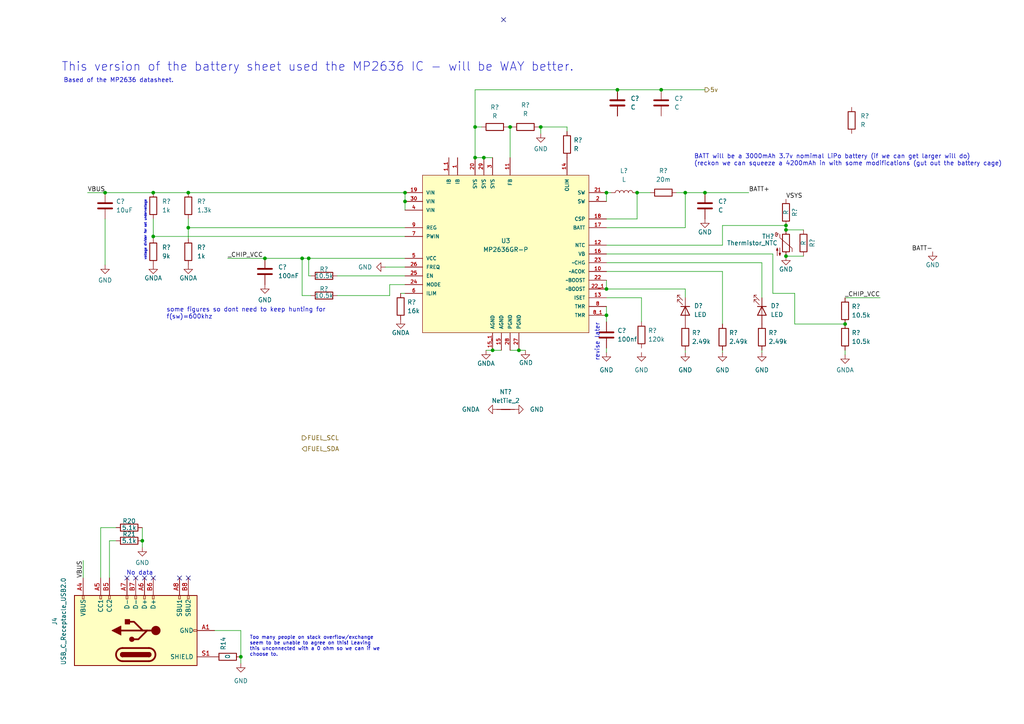
<source format=kicad_sch>
(kicad_sch (version 20210621) (generator eeschema)
  (paper "A4")
  (title_block (title "Power and battery") (rev "indev"))
  (lib_symbols
    (symbol "Connector:USB_C_Receptacle_USB2.0" (pin_names (offset 1.016))
      (property "Reference" "J" (at -10.16 19.05 0))
      (property "Value" "USB_C_Receptacle_USB2.0" (at 19.05 19.05 0))
      (symbol "USB_C_Receptacle_USB2.0_0_0"
        (rectangle (start -0.254 -17.78) (end 0.254 -16.764))
        (rectangle (start 10.16 -14.986) (end 9.144 -15.494))
        (rectangle (start 10.16 -12.446) (end 9.144 -12.954))
        (rectangle (start 10.16 -4.826) (end 9.144 -5.334))
        (rectangle (start 10.16 -2.286) (end 9.144 -2.794))
        (rectangle (start 10.16 0.254) (end 9.144 -0.254))
        (rectangle (start 10.16 2.794) (end 9.144 2.286))
        (rectangle (start 10.16 7.874) (end 9.144 7.366))
        (rectangle (start 10.16 10.414) (end 9.144 9.906))
        (rectangle (start 10.16 15.494) (end 9.144 14.986))
      )
      (symbol "USB_C_Receptacle_USB2.0_0_1"
        (arc (start -8.89 -3.81) (end -5.08 -3.81) (radius (at -6.985 -3.81) (length 1.905) (angles -179.9 -0.1)) (stroke (width 0.508)))
        (arc (start -7.62 -3.81) (end -6.35 -3.81) (radius (at -6.985 -3.81) (length 0.635) (angles -179.9 -0.1)) (stroke (width 0.254)))
        (arc (start -6.35 3.81) (end -7.62 3.81) (radius (at -6.985 3.81) (length 0.635) (angles 0.1 179.9)) (stroke (width 0.254)))
        (arc (start -5.08 3.81) (end -8.89 3.81) (radius (at -6.985 3.81) (length 1.905) (angles 0.1 179.9)) (stroke (width 0.508)))
        (arc (start -7.62 -3.81) (end -6.35 -3.81) (radius (at -6.985 -3.81) (length 0.635) (angles -179.9 -0.1)) (stroke (width 0.254)) (fill (type outline)))
        (arc (start -6.35 3.81) (end -7.62 3.81) (radius (at -6.985 3.81) (length 0.635) (angles 0.1 179.9)) (stroke (width 0.254)) (fill (type outline)))
        (circle (center -2.54 1.143) (radius 0.635) (stroke (width 0.254)) (fill (type outline)))
        (circle (center 0 -5.842) (radius 1.27) (fill (type outline)))
        (rectangle (start -7.62 -3.81) (end -6.35 3.81) (stroke (width 0.254)) (fill (type outline)))
        (rectangle (start 1.905 1.778) (end 3.175 3.048) (stroke (width 0.254)) (fill (type outline)))
        (rectangle (start -10.16 17.78) (end 10.16 -17.78) (stroke (width 0.254)) (fill (type background)))
        (polyline (pts (xy -8.89 -3.81) (xy -8.89 3.81)) (stroke (width 0.508)))
        (polyline (pts (xy -5.08 3.81) (xy -5.08 -3.81)) (stroke (width 0.508)))
        (polyline (pts (xy 0 -5.842) (xy 0 4.318)) (stroke (width 0.508)))
        (polyline (pts (xy 0 -3.302) (xy -2.54 -0.762) (xy -2.54 0.508)) (stroke (width 0.508)))
        (polyline (pts (xy 0 -2.032) (xy 2.54 0.508) (xy 2.54 1.778)) (stroke (width 0.508)))
        (polyline (pts (xy -1.27 4.318) (xy 0 6.858) (xy 1.27 4.318) (xy -1.27 4.318)) (stroke (width 0.254)) (fill (type outline)))
      )
      (symbol "USB_C_Receptacle_USB2.0_1_1"
        (pin passive line (at 0 -22.86 90) (length 5.08) (name "GND") (number "A1"))
        (pin passive line (at 0 -22.86 90) (length 5.08) hide (name "GND") (number "A12"))
        (pin passive line (at 15.24 15.24 180) (length 5.08) (name "VBUS") (number "A4"))
        (pin bidirectional line (at 15.24 10.16 180) (length 5.08) (name "CC1") (number "A5"))
        (pin bidirectional line (at 15.24 -2.54 180) (length 5.08) (name "D+") (number "A6"))
        (pin bidirectional line (at 15.24 2.54 180) (length 5.08) (name "D-") (number "A7"))
        (pin bidirectional line (at 15.24 -12.7 180) (length 5.08) (name "SBU1") (number "A8"))
        (pin passive line (at 15.24 15.24 180) (length 5.08) hide (name "VBUS") (number "A9"))
        (pin passive line (at 0 -22.86 90) (length 5.08) hide (name "GND") (number "B1"))
        (pin passive line (at 0 -22.86 90) (length 5.08) hide (name "GND") (number "B12"))
        (pin passive line (at 15.24 15.24 180) (length 5.08) hide (name "VBUS") (number "B4"))
        (pin bidirectional line (at 15.24 7.62 180) (length 5.08) (name "CC2") (number "B5"))
        (pin bidirectional line (at 15.24 -5.08 180) (length 5.08) (name "D+") (number "B6"))
        (pin bidirectional line (at 15.24 0 180) (length 5.08) (name "D-") (number "B7"))
        (pin bidirectional line (at 15.24 -15.24 180) (length 5.08) (name "SBU2") (number "B8"))
        (pin passive line (at 15.24 15.24 180) (length 5.08) hide (name "VBUS") (number "B9"))
        (pin passive line (at -7.62 -22.86 90) (length 5.08) (name "SHIELD") (number "S1"))
      )
    )
    (symbol "Device:C" (pin_numbers hide) (pin_names (offset 0.254))
      (property "Reference" "C" (at 0.635 2.54 0))
      (property "Value" "C" (at 0.635 -2.54 0))
      (symbol "C_0_1"
        (polyline (pts (xy -2.032 -0.762) (xy 2.032 -0.762)) (stroke (width 0.508)))
        (polyline (pts (xy -2.032 0.762) (xy 2.032 0.762)) (stroke (width 0.508)))
      )
      (symbol "C_1_1"
        (pin passive line (at 0 3.81 270) (length 2.794) (name "~") (number "1"))
        (pin passive line (at 0 -3.81 90) (length 2.794) (name "~") (number "2"))
      )
    )
    (symbol "Device:L" (pin_numbers hide) (pin_names (offset 1.016) hide)
      (property "Reference" "L" (at -1.27 0 90))
      (property "Value" "L" (at 1.905 0 90))
      (symbol "L_0_1"
        (arc (start 0 -2.54) (end 0 -1.27) (radius (at 0 -1.905) (length 0.635) (angles -89.9 89.9)))
        (arc (start 0 -1.27) (end 0 0) (radius (at 0 -0.635) (length 0.635) (angles -89.9 89.9)))
        (arc (start 0 0) (end 0 1.27) (radius (at 0 0.635) (length 0.635) (angles -89.9 89.9)))
        (arc (start 0 1.27) (end 0 2.54) (radius (at 0 1.905) (length 0.635) (angles -89.9 89.9)))
      )
      (symbol "L_1_1"
        (pin passive line (at 0 3.81 270) (length 1.27) (name "1") (number "1"))
        (pin passive line (at 0 -3.81 90) (length 1.27) (name "2") (number "2"))
      )
    )
    (symbol "Device:LED" (pin_numbers hide) (pin_names (offset 1.016) hide)
      (property "Reference" "D" (at 0 2.54 0))
      (property "Value" "LED" (at 0 -2.54 0))
      (symbol "LED_0_1"
        (polyline (pts (xy -1.27 -1.27) (xy -1.27 1.27)) (stroke (width 0.254)))
        (polyline (pts (xy -1.27 0) (xy 1.27 0)))
        (polyline (pts (xy 1.27 -1.27) (xy 1.27 1.27) (xy -1.27 0) (xy 1.27 -1.27)) (stroke (width 0.254)))
        (polyline (pts (xy -3.048 -0.762) (xy -4.572 -2.286) (xy -3.81 -2.286) (xy -4.572 -2.286) (xy -4.572 -1.524)))
        (polyline (pts (xy -1.778 -0.762) (xy -3.302 -2.286) (xy -2.54 -2.286) (xy -3.302 -2.286) (xy -3.302 -1.524)))
      )
      (symbol "LED_1_1"
        (pin passive line (at -3.81 0 0) (length 2.54) (name "K") (number "1"))
        (pin passive line (at 3.81 0 180) (length 2.54) (name "A") (number "2"))
      )
    )
    (symbol "Device:NetTie_2" (pin_numbers hide) (pin_names (offset 0) hide)
      (property "Reference" "NT" (at 0 1.27 0))
      (property "Value" "NetTie_2" (at 0 -1.27 0))
      (symbol "NetTie_2_0_1"
        (polyline (pts (xy -1.27 0) (xy 1.27 0)) (stroke (width 0.254)))
      )
      (symbol "NetTie_2_1_1"
        (pin passive line (at -2.54 0 0) (length 2.54) (name "1") (number "1"))
        (pin passive line (at 2.54 0 180) (length 2.54) (name "2") (number "2"))
      )
    )
    (symbol "Device:R" (pin_numbers hide) (pin_names (offset 0))
      (property "Reference" "R" (at 2.032 0 90))
      (property "Value" "R" (at 0 0 90))
      (symbol "R_0_1"
        (rectangle (start -1.016 -2.54) (end 1.016 2.54) (stroke (width 0.254)))
      )
      (symbol "R_1_1"
        (pin passive line (at 0 3.81 270) (length 1.27) (name "~") (number "1"))
        (pin passive line (at 0 -3.81 90) (length 1.27) (name "~") (number "2"))
      )
    )
    (symbol "Device:Thermistor_NTC" (pin_numbers hide) (pin_names (offset 0))
      (property "Reference" "TH" (at -4.445 0 90))
      (property "Value" "Thermistor_NTC" (at 3.175 0 90))
      (symbol "Thermistor_NTC_0_1"
        (arc (start -3.048 2.159) (end -3.175 2.413) (radius (at -3.2004 2.2352) (length 0.1778) (angles -26.5 81.8)))
        (arc (start -3.048 2.159) (end -2.794 1.905) (radius (at -2.794 2.159) (length 0.254) (angles 180 -90)))
        (arc (start -2.794 1.905) (end -2.54 2.159) (radius (at -2.794 2.159) (length 0.254) (angles -90 0)))
        (arc (start -2.54 2.794) (end -2.794 3.048) (radius (at -2.794 2.794) (length 0.254) (angles 0 90)))
        (arc (start -2.794 3.048) (end -3.048 2.794) (radius (at -2.794 2.794) (length 0.254) (angles 90 180)))
        (arc (start -3.048 2.794) (end -2.794 2.54) (radius (at -2.794 2.794) (length 0.254) (angles 180 -90)))
        (arc (start -2.794 2.54) (end -2.159 2.794) (radius (at -2.6416 3.0226) (length 0.508) (angles -107.5 -25.3)))
        (rectangle (start -1.016 2.54) (end 1.016 -2.54) (stroke (width 0.254)))
        (polyline (pts (xy -2.54 2.159) (xy -2.54 2.794)))
        (polyline (pts (xy -1.778 2.54) (xy -1.778 1.524) (xy 1.778 -1.524) (xy 1.778 -2.54)))
        (polyline (pts (xy -2.54 -3.683) (xy -2.54 -1.397) (xy -2.794 -2.159) (xy -2.286 -2.159) (xy -2.54 -1.397) (xy -2.54 -1.651)) (fill (type outline)))
        (polyline (pts (xy -1.778 -1.397) (xy -1.778 -3.683) (xy -2.032 -2.921) (xy -1.524 -2.921) (xy -1.778 -3.683) (xy -1.778 -3.429)) (fill (type outline)))
      )
      (symbol "Thermistor_NTC_1_1"
        (pin passive line (at 0 3.81 270) (length 1.27) (name "~") (number "1"))
        (pin passive line (at 0 -3.81 90) (length 1.27) (name "~") (number "2"))
      )
    )
    (symbol "mp2636:MP2636GR-P" (pin_names (offset 1.016))
      (property "Reference" "U3" (at 0 11.43 0))
      (property "Value" "MP2636GR-P" (at 0 8.89 0))
      (symbol "MP2636GR-P_0_0"
        (rectangle (start -24.13 30.48) (end 24.13 -15.24) (stroke (width 0.1524)) (fill (type background)))
        (pin passive line (at -13.97 35.56 270) (length 5.08) (name "IB") (number "1"))
        (pin output line (at 29.21 2.54 180) (length 5.08) (name "~ACOK") (number "10"))
        (pin input line (at 1.27 35.56 270) (length 5.08) (name "FB") (number "11"))
        (pin passive line (at 29.21 10.16 180) (length 5.08) (name "NTC") (number "12"))
        (pin input line (at 29.21 -5.08 180) (length 5.08) (name "ISET") (number "13"))
        (pin passive line (at 17.78 35.56 270) (length 5.08) (name "OLIM") (number "14"))
        (pin power_in line (at -1.27 -20.32 90) (length 5.08) (name "AGND") (number "15"))
        (pin power_in line (at -3.81 -20.32 90) (length 5.08) (name "AGND") (number "15_1"))
        (pin power_in line (at 29.21 7.62 180) (length 5.08) (name "VB") (number "16"))
        (pin power_in line (at 29.21 15.24 180) (length 5.08) (name "BATT") (number "17"))
        (pin input line (at 29.21 17.78 180) (length 5.08) (name "CSP") (number "18"))
        (pin input line (at -29.21 25.4 0) (length 5.08) (name "VIN") (number "19"))
        (pin passive line (at -16.51 35.56 270) (length 5.08) (name "IB") (number "1_1"))
        (pin output line (at 29.21 22.86 180) (length 5.08) (name "SW") (number "2"))
        (pin output line (at -8.89 35.56 270) (length 5.08) (name "SYS") (number "20"))
        (pin output line (at 29.21 25.4 180) (length 5.08) (name "SW") (number "21"))
        (pin output line (at 29.21 0 180) (length 5.08) (name "~BOOST") (number "22"))
        (pin output line (at 29.21 -2.54 180) (length 5.08) (name "~BOOST") (number "22_1"))
        (pin output line (at 29.21 5.08 180) (length 5.08) (name "~CHG") (number "23"))
        (pin input line (at -29.21 -1.27 0) (length 5.08) (name "MODE") (number "24"))
        (pin input line (at -29.21 1.27 0) (length 5.08) (name "EN") (number "25"))
        (pin input line (at -29.21 3.81 0) (length 5.08) (name "FREQ") (number "26"))
        (pin power_in line (at 3.81 -20.32 90) (length 5.08) (name "PGND") (number "27"))
        (pin power_in line (at 1.27 -20.32 90) (length 5.08) (name "PGND") (number "28"))
        (pin output line (at -6.35 35.56 270) (length 5.08) (name "SYS") (number "29"))
        (pin output line (at -3.81 35.56 270) (length 5.08) (name "SYS") (number "3"))
        (pin input line (at -29.21 22.86 0) (length 5.08) (name "VIN") (number "30"))
        (pin input line (at -29.21 20.32 0) (length 5.08) (name "VIN") (number "4"))
        (pin power_in line (at -29.21 6.35 0) (length 5.08) (name "VCC") (number "5"))
        (pin input line (at -29.21 -3.81 0) (length 5.08) (name "ILIM") (number "6"))
        (pin input line (at -29.21 12.7 0) (length 5.08) (name "PWIN") (number "7"))
        (pin input line (at 29.21 -7.62 180) (length 5.08) (name "TMR") (number "8"))
        (pin input line (at 29.21 -10.16 180) (length 5.08) (name "TMR") (number "8_1"))
        (pin input line (at -29.21 15.24 0) (length 5.08) (name "REG") (number "9"))
      )
    )
    (symbol "power:GND" (power) (pin_names (offset 0))
      (property "Value" "GND" (at 0 -3.81 0))
      (symbol "GND_0_1"
        (polyline (pts (xy 0 0) (xy 0 -1.27) (xy 1.27 -1.27) (xy 0 -2.54) (xy -1.27 -1.27) (xy 0 -1.27)))
      )
      (symbol "GND_1_1"
        (pin power_in line (at 0 0 270) (length 0) hide (name "GND") (number "1"))
      )
    )
    (symbol "power:GNDA" (power) (pin_names (offset 0))
      (property "Value" "GNDA" (at 0 -3.81 0))
      (symbol "GNDA_0_1"
        (polyline (pts (xy 0 0) (xy 0 -1.27) (xy 1.27 -1.27) (xy 0 -2.54) (xy -1.27 -1.27) (xy 0 -1.27)))
      )
      (symbol "GNDA_1_1"
        (pin power_in line (at 0 0 270) (length 0) hide (name "GNDA") (number "1"))
      )
    )
  )
  (junction (at 30.48 55.88) (diameter 0.9144))
  (junction (at 41.275 156.845) (diameter 0.9144))
  (junction (at 44.45 55.88) (diameter 0.9144))
  (junction (at 44.45 68.58) (diameter 0.9144))
  (junction (at 54.61 55.88) (diameter 0.9144))
  (junction (at 54.61 66.04) (diameter 0.9144))
  (junction (at 69.85 190.5) (diameter 0.9144))
  (junction (at 76.835 74.93) (diameter 0.9144))
  (junction (at 87.63 74.93) (diameter 0.9144))
  (junction (at 89.535 74.93) (diameter 0.9144))
  (junction (at 117.475 55.88) (diameter 0.9144))
  (junction (at 117.475 58.42) (diameter 0.9144))
  (junction (at 137.795 36.83) (diameter 0.9144))
  (junction (at 137.795 45.72) (diameter 0.9144))
  (junction (at 140.335 45.72) (diameter 0.9144))
  (junction (at 142.875 101.6) (diameter 0.9144))
  (junction (at 147.955 36.83) (diameter 0.9144))
  (junction (at 150.495 101.6) (diameter 0.9144))
  (junction (at 156.845 36.83) (diameter 0.9144))
  (junction (at 175.895 55.88) (diameter 0.9144))
  (junction (at 175.895 83.82) (diameter 0.9144))
  (junction (at 175.895 91.44) (diameter 0.9144))
  (junction (at 179.07 26.035) (diameter 0.9144))
  (junction (at 184.785 55.88) (diameter 0.9144))
  (junction (at 191.77 26.035) (diameter 0.9144))
  (junction (at 198.755 55.88) (diameter 0.9144))
  (junction (at 204.47 55.88) (diameter 0.9144))
  (junction (at 227.965 65.405) (diameter 0.9144))
  (junction (at 227.965 66.675) (diameter 0.9144))
  (junction (at 227.965 74.295) (diameter 0.9144))
  (junction (at 245.11 93.98) (diameter 0.9144))
  (no_connect (at 36.83 167.64))
  (no_connect (at 39.37 167.64))
  (no_connect (at 41.91 167.64))
  (no_connect (at 44.45 167.64))
  (no_connect (at 52.07 167.64))
  (no_connect (at 54.61 167.64))
  (no_connect (at 146.05 5.715))
  (wire (pts (xy 24.13 167.64) (xy 24.13 162.56)))
  (wire (pts (xy 25.4 55.88) (xy 30.48 55.88)))
  (wire (pts (xy 29.21 153.035) (xy 29.21 167.64)))
  (wire (pts (xy 29.21 153.035) (xy 33.655 153.035)))
  (wire (pts (xy 30.48 55.88) (xy 44.45 55.88)))
  (wire (pts (xy 30.48 63.5) (xy 30.48 76.835)))
  (wire (pts (xy 31.75 156.845) (xy 31.75 167.64)))
  (wire (pts (xy 33.655 156.845) (xy 31.75 156.845)))
  (wire (pts (xy 41.275 153.035) (xy 41.275 156.845)))
  (wire (pts (xy 41.275 156.845) (xy 41.275 158.75)))
  (wire (pts (xy 44.45 55.88) (xy 54.61 55.88)))
  (wire (pts (xy 44.45 63.5) (xy 44.45 68.58)))
  (wire (pts (xy 44.45 68.58) (xy 44.45 69.215)))
  (wire (pts (xy 44.45 68.58) (xy 117.475 68.58)))
  (wire (pts (xy 54.61 55.88) (xy 117.475 55.88)))
  (wire (pts (xy 54.61 63.5) (xy 54.61 66.04)))
  (wire (pts (xy 54.61 66.04) (xy 54.61 69.215)))
  (wire (pts (xy 54.61 66.04) (xy 117.475 66.04)))
  (wire (pts (xy 62.23 182.88) (xy 69.85 182.88)))
  (wire (pts (xy 66.04 74.93) (xy 76.835 74.93)))
  (wire (pts (xy 69.85 190.5) (xy 69.85 182.88)))
  (wire (pts (xy 69.85 190.5) (xy 69.85 192.405)))
  (wire (pts (xy 76.835 74.93) (xy 87.63 74.93)))
  (wire (pts (xy 87.63 74.93) (xy 87.63 85.725)))
  (wire (pts (xy 87.63 74.93) (xy 89.535 74.93)))
  (wire (pts (xy 87.63 85.725) (xy 90.17 85.725)))
  (wire (pts (xy 89.535 74.93) (xy 117.475 74.93)))
  (wire (pts (xy 89.535 80.01) (xy 89.535 74.93)))
  (wire (pts (xy 90.17 80.01) (xy 89.535 80.01)))
  (wire (pts (xy 97.79 80.01) (xy 117.475 80.01)))
  (wire (pts (xy 97.79 85.725) (xy 113.03 85.725)))
  (wire (pts (xy 111.76 77.47) (xy 117.475 77.47)))
  (wire (pts (xy 113.03 82.55) (xy 117.475 82.55)))
  (wire (pts (xy 113.03 85.725) (xy 113.03 82.55)))
  (wire (pts (xy 116.205 85.09) (xy 117.475 85.09)))
  (wire (pts (xy 117.475 55.88) (xy 117.475 58.42)))
  (wire (pts (xy 117.475 58.42) (xy 117.475 60.96)))
  (wire (pts (xy 137.795 26.035) (xy 137.795 36.83)))
  (wire (pts (xy 137.795 26.035) (xy 179.07 26.035)))
  (wire (pts (xy 137.795 36.83) (xy 137.795 45.72)))
  (wire (pts (xy 137.795 45.72) (xy 140.335 45.72)))
  (wire (pts (xy 139.7 36.83) (xy 137.795 36.83)))
  (wire (pts (xy 140.335 45.72) (xy 142.875 45.72)))
  (wire (pts (xy 140.97 101.6) (xy 142.875 101.6)))
  (wire (pts (xy 142.875 101.6) (xy 145.415 101.6)))
  (wire (pts (xy 147.955 36.83) (xy 147.32 36.83)))
  (wire (pts (xy 147.955 36.83) (xy 148.59 36.83)))
  (wire (pts (xy 147.955 45.72) (xy 147.955 36.83)))
  (wire (pts (xy 147.955 101.6) (xy 150.495 101.6)))
  (wire (pts (xy 150.495 101.6) (xy 152.4 101.6)))
  (wire (pts (xy 156.21 36.83) (xy 156.845 36.83)))
  (wire (pts (xy 156.845 36.83) (xy 156.845 38.735)))
  (wire (pts (xy 156.845 36.83) (xy 164.465 36.83)))
  (wire (pts (xy 164.465 36.83) (xy 164.465 38.1)))
  (wire (pts (xy 175.895 55.88) (xy 177.165 55.88)))
  (wire (pts (xy 175.895 58.42) (xy 175.895 55.88)))
  (wire (pts (xy 175.895 63.5) (xy 184.785 63.5)))
  (wire (pts (xy 175.895 66.04) (xy 198.755 66.04)))
  (wire (pts (xy 175.895 73.66) (xy 224.155 73.66)))
  (wire (pts (xy 175.895 76.2) (xy 220.98 76.2)))
  (wire (pts (xy 175.895 78.74) (xy 209.55 78.74)))
  (wire (pts (xy 175.895 81.28) (xy 175.895 83.82)))
  (wire (pts (xy 175.895 83.82) (xy 198.755 83.82)))
  (wire (pts (xy 175.895 86.36) (xy 186.055 86.36)))
  (wire (pts (xy 175.895 88.9) (xy 175.895 91.44)))
  (wire (pts (xy 175.895 91.44) (xy 175.895 93.345)))
  (wire (pts (xy 175.895 100.965) (xy 175.895 102.235)))
  (wire (pts (xy 179.07 26.035) (xy 191.77 26.035)))
  (wire (pts (xy 184.785 55.88) (xy 188.595 55.88)))
  (wire (pts (xy 184.785 63.5) (xy 184.785 55.88)))
  (wire (pts (xy 186.055 86.36) (xy 186.055 93.345)))
  (wire (pts (xy 191.77 26.035) (xy 204.47 26.035)))
  (wire (pts (xy 196.215 55.88) (xy 198.755 55.88)))
  (wire (pts (xy 198.755 55.88) (xy 204.47 55.88)))
  (wire (pts (xy 198.755 66.04) (xy 198.755 55.88)))
  (wire (pts (xy 198.755 83.82) (xy 198.755 86.36)))
  (wire (pts (xy 198.755 101.6) (xy 198.755 102.235)))
  (wire (pts (xy 204.47 55.88) (xy 217.17 55.88)))
  (wire (pts (xy 209.55 65.405) (xy 209.55 71.12)))
  (wire (pts (xy 209.55 65.405) (xy 227.965 65.405)))
  (wire (pts (xy 209.55 71.12) (xy 175.895 71.12)))
  (wire (pts (xy 209.55 78.74) (xy 209.55 93.98)))
  (wire (pts (xy 209.55 101.6) (xy 209.55 102.235)))
  (wire (pts (xy 220.98 76.2) (xy 220.98 86.36)))
  (wire (pts (xy 220.98 101.6) (xy 220.98 102.235)))
  (wire (pts (xy 224.155 73.66) (xy 224.155 85.09)))
  (wire (pts (xy 224.155 85.09) (xy 230.505 85.09)))
  (wire (pts (xy 227.965 65.405) (xy 227.965 66.675)))
  (wire (pts (xy 227.965 66.675) (xy 233.045 66.675)))
  (wire (pts (xy 230.505 85.09) (xy 230.505 93.98)))
  (wire (pts (xy 230.505 93.98) (xy 245.11 93.98)))
  (wire (pts (xy 233.045 74.295) (xy 227.965 74.295)))
  (wire (pts (xy 245.11 86.36) (xy 255.27 86.36)))
  (wire (pts (xy 245.11 101.6) (xy 245.11 102.87)))
  (text "This version of the battery sheet used the MP2636 IC - will be WAY better." (at 17.78 20.955 0) (effects (font (size 2.54 2.54)) (justify left bottom)))
  (text "Based of the MP2636 datasheet." (at 18.415 24.13 0) (effects (font (size 1.27 1.27)) (justify left bottom)))
  (text "voltage divider for set undervoltage" (at 42.545 75.565 90) (effects (font (size 0.635 0.635)) (justify left bottom)))
  (text "No data\n" (at 44.45 167.005 180) (effects (font (size 1.27 1.27)) (justify right bottom)))
  (text "some figures so dont need to keep hunting for\nf(sw)=600khz" (at 48.26 92.71 0) (effects (font (size 1.27 1.27)) (justify left bottom)))
  (text "Too many people on stack overflow/exchange\nseem to be unable to agree on this! Leaving\nthis unconnected with a 0 ohm so we can if we \nchoose to." (at 72.39 190.5 0) (effects (font (size 1.016 1.016)) (justify left bottom)))
  (text "revise later" (at 173.99 104.775 90) (effects (font (size 1.27 1.27)) (justify left bottom)))
  (text "BATT will be a 3000mAh 3.7v nomimal LiPo battery (if we can get larger will do)\n(reckon we can squeeze a 4200mAh in with some modifications (gut out the battery cage)" (at 201.295 48.26 0) (effects (font (size 1.27 1.27)) (justify left bottom)))
  (label "VBUS" (at 24.13 162.56 270))
  (label "VBUS" (at 25.4 55.88 0))
  (label "_CHIP_VCC" (at 66.04 74.93 0))
  (label "BATT+" (at 217.17 55.88 0))
  (label "VSYS" (at 227.965 57.785 0))
  (label "_CHIP_VCC" (at 255.27 86.36 180))
  (label "BATT-" (at 270.51 73.025 180))
  (hierarchical_label "FUEL_SCL" (shape output) (at 87.63 127 0))
  (hierarchical_label "FUEL_SDA" (shape input) (at 87.63 130.175 0))
  (hierarchical_label "5v" (shape output) (at 204.47 26.035 0))
  (symbol (lib_id "Device:NetTie_2") (at 146.685 118.745 0) (unit 1)
    (property "Reference" "NT?" (at 146.685 113.665 0))
    (property "Value" "NetTie_2" (at 146.685 116.205 0))
  )
  (symbol (lib_id "power:GND") (at 30.48 76.835 0) (unit 1)
    (property "Reference" "#PWR?" (effects hide))
    (property "Value" "GND" (at 30.48 81.28 0))
  )
  (symbol (lib_id "power:GND") (at 41.275 158.75 0) (unit 1)
    (property "Reference" "#PWR0104" (effects hide))
    (property "Value" "GND" (at 41.275 163.195 0))
  )
  (symbol (lib_id "power:GNDA") (at 44.45 76.835 0) (unit 1)
    (property "Reference" "#PWR?" (effects hide))
    (property "Value" "GNDA" (at 44.45 80.645 0))
  )
  (symbol (lib_id "power:GNDA") (at 54.61 76.835 0) (unit 1)
    (property "Reference" "#PWR?" (effects hide))
    (property "Value" "GNDA" (at 54.61 80.645 0))
  )
  (symbol (lib_id "power:GND") (at 69.85 192.405 0) (unit 1)
    (property "Reference" "#PWR07" (effects hide))
    (property "Value" "GND" (at 69.85 197.485 0))
  )
  (symbol (lib_id "power:GND") (at 76.835 82.55 0) (unit 1)
    (property "Reference" "#PWR?" (effects hide))
    (property "Value" "GND" (at 76.835 86.995 0))
  )
  (symbol (lib_id "power:GND") (at 111.76 77.47 270) (unit 1)
    (property "Reference" "#PWR?" (effects hide))
    (property "Value" "GND" (at 107.95 77.4699 90) (effects (justify right)))
  )
  (symbol (lib_id "power:GNDA") (at 116.205 92.71 0) (unit 1)
    (property "Reference" "#PWR?" (effects hide))
    (property "Value" "GNDA" (at 116.205 96.52 0))
  )
  (symbol (lib_id "power:GNDA") (at 140.97 101.6 0) (unit 1)
    (property "Reference" "#PWR?" (effects hide))
    (property "Value" "GNDA" (at 140.97 105.41 0))
  )
  (symbol (lib_id "power:GNDA") (at 144.145 118.745 270) (unit 1)
    (property "Reference" "#PWR?" (effects hide))
    (property "Value" "GNDA" (at 136.525 118.745 90))
  )
  (symbol (lib_id "power:GND") (at 149.225 118.745 90) (unit 1)
    (property "Reference" "#PWR?" (effects hide))
    (property "Value" "GND" (at 153.67 118.7449 90) (effects (justify right)))
  )
  (symbol (lib_id "power:GND") (at 152.4 101.6 0) (unit 1)
    (property "Reference" "#PWR?" (effects hide))
    (property "Value" "GND" (at 150.495 105.2194 0) (effects (justify left)))
  )
  (symbol (lib_id "power:GND") (at 156.845 38.735 0) (unit 1)
    (property "Reference" "#PWR?" (effects hide))
    (property "Value" "GND" (at 156.845 43.18 0))
  )
  (symbol (lib_id "power:GND") (at 175.895 102.235 0) (unit 1)
    (property "Reference" "#PWR?" (effects hide))
    (property "Value" "GND" (at 175.895 107.315 0))
  )
  (symbol (lib_id "power:GND") (at 186.055 102.235 0) (unit 1)
    (property "Reference" "#PWR?" (effects hide))
    (property "Value" "GND" (at 186.055 107.315 0))
  )
  (symbol (lib_id "power:GND") (at 198.755 102.235 0) (unit 1)
    (property "Reference" "#PWR?" (effects hide))
    (property "Value" "GND" (at 198.755 107.315 0))
  )
  (symbol (lib_id "power:GND") (at 204.47 63.5 0) (unit 1)
    (property "Reference" "#PWR?" (effects hide))
    (property "Value" "GND" (at 204.47 67.31 0))
  )
  (symbol (lib_id "power:GND") (at 209.55 102.235 0) (unit 1)
    (property "Reference" "#PWR?" (effects hide))
    (property "Value" "GND" (at 209.55 107.315 0))
  )
  (symbol (lib_id "power:GND") (at 220.98 102.235 0) (unit 1)
    (property "Reference" "#PWR?" (effects hide))
    (property "Value" "GND" (at 220.98 107.315 0))
  )
  (symbol (lib_id "power:GND") (at 227.965 74.295 0) (unit 1)
    (property "Reference" "#PWR?" (effects hide))
    (property "Value" "GND" (at 227.965 78.105 0))
  )
  (symbol (lib_id "power:GNDA") (at 245.11 102.87 0) (unit 1)
    (property "Reference" "#PWR?" (effects hide))
    (property "Value" "GNDA" (at 245.11 107.315 0))
  )
  (symbol (lib_id "power:GND") (at 270.51 73.025 0) (unit 1)
    (property "Reference" "#PWR?" (effects hide))
    (property "Value" "GND" (at 270.51 76.835 0))
  )
  (symbol (lib_id "Device:L") (at 180.975 55.88 90) (unit 1)
    (property "Reference" "L?" (at 180.975 49.53 90))
    (property "Value" "L" (at 180.975 52.07 90))
  )
  (symbol (lib_id "Device:R") (at 37.465 153.035 90) (unit 1)
    (property "Reference" "R20" (at 37.465 151.13 90))
    (property "Value" "5.1k" (at 37.465 153.035 90))
    (property "Footprint" "Resistor_SMD:R_0805_2012Metric_Pad1.20x1.40mm_HandSolder" (effects hide))
  )
  (symbol (lib_id "Device:R") (at 37.465 156.845 90) (unit 1)
    (property "Reference" "R21" (at 37.465 154.94 90))
    (property "Value" "5.1k" (at 37.465 156.845 90))
    (property "Footprint" "Resistor_SMD:R_0805_2012Metric_Pad1.20x1.40mm_HandSolder" (effects hide))
  )
  (symbol (lib_id "Device:R") (at 44.45 59.69 0) (unit 1)
    (property "Reference" "R?" (at 46.99 58.4199 0) (effects (justify left)))
    (property "Value" "1k" (at 46.99 60.9599 0) (effects (justify left)))
  )
  (symbol (lib_id "Device:R") (at 44.45 73.025 0) (unit 1)
    (property "Reference" "R?" (at 46.99 71.7549 0) (effects (justify left)))
    (property "Value" "9k" (at 46.99 74.2949 0) (effects (justify left)))
  )
  (symbol (lib_id "Device:R") (at 54.61 59.69 0) (unit 1)
    (property "Reference" "R?" (at 57.15 58.4199 0) (effects (justify left)))
    (property "Value" "1.3k" (at 57.15 60.9599 0) (effects (justify left)))
  )
  (symbol (lib_id "Device:R") (at 54.61 73.025 0) (unit 1)
    (property "Reference" "R?" (at 57.15 71.7549 0) (effects (justify left)))
    (property "Value" "1k" (at 57.15 74.2949 0) (effects (justify left)))
  )
  (symbol (lib_id "Device:R") (at 66.04 190.5 90) (unit 1)
    (property "Reference" "R14" (at 64.7699 188.595 0) (effects (justify left)))
    (property "Value" "0" (at 66.0399 191.135 0) (effects (justify left)))
  )
  (symbol (lib_id "Device:R") (at 93.98 80.01 90) (unit 1)
    (property "Reference" "R?" (at 93.98 78.105 90))
    (property "Value" "10.5k" (at 93.98 80.01 90))
  )
  (symbol (lib_id "Device:R") (at 93.98 85.725 90) (unit 1)
    (property "Reference" "R?" (at 93.98 83.82 90))
    (property "Value" "10.5k" (at 93.98 85.725 90))
  )
  (symbol (lib_id "Device:R") (at 116.205 88.9 0) (unit 1)
    (property "Reference" "R?" (at 118.11 87.6299 0) (effects (justify left)))
    (property "Value" "16k" (at 118.11 90.1699 0) (effects (justify left)))
  )
  (symbol (lib_id "Device:R") (at 143.51 36.83 270) (unit 1)
    (property "Reference" "R?" (at 143.51 31.115 90))
    (property "Value" "R" (at 143.51 33.655 90))
  )
  (symbol (lib_id "Device:R") (at 152.4 36.83 90) (unit 1)
    (property "Reference" "R?" (at 152.4 30.48 90))
    (property "Value" "R" (at 152.4 33.02 90))
  )
  (symbol (lib_id "Device:R") (at 164.465 41.91 180) (unit 1)
    (property "Reference" "R?" (at 166.37 40.6399 0) (effects (justify right)))
    (property "Value" "R" (at 166.37 43.1799 0) (effects (justify right)))
  )
  (symbol (lib_id "Device:R") (at 186.055 97.155 0) (unit 1)
    (property "Reference" "R?" (at 187.96 95.8849 0) (effects (justify left)))
    (property "Value" "120k" (at 187.96 98.4249 0) (effects (justify left)))
  )
  (symbol (lib_id "Device:R") (at 192.405 55.88 90) (unit 1)
    (property "Reference" "R?" (at 192.405 49.53 90))
    (property "Value" "20m" (at 192.405 52.07 90))
  )
  (symbol (lib_id "Device:R") (at 198.755 97.79 0) (unit 1)
    (property "Reference" "R?" (at 200.66 96.5199 0) (effects (justify left)))
    (property "Value" "2.49k" (at 200.66 99.0599 0) (effects (justify left)))
  )
  (symbol (lib_id "Device:R") (at 209.55 97.79 0) (unit 1)
    (property "Reference" "R?" (at 211.455 96.5199 0) (effects (justify left)))
    (property "Value" "2.49k" (at 211.455 99.0599 0) (effects (justify left)))
  )
  (symbol (lib_id "Device:R") (at 220.98 97.79 0) (unit 1)
    (property "Reference" "R?" (at 222.885 96.5199 0) (effects (justify left)))
    (property "Value" "2.49k" (at 222.885 99.0599 0) (effects (justify left)))
  )
  (symbol (lib_id "Device:R") (at 227.965 61.595 0) (unit 1)
    (property "Reference" "R?" (at 230.505 61.595 90))
    (property "Value" "R" (at 227.965 61.595 90))
  )
  (symbol (lib_id "Device:R") (at 233.045 70.485 0) (unit 1)
    (property "Reference" "R?" (at 235.585 70.485 90))
    (property "Value" "R" (at 233.045 70.485 90))
  )
  (symbol (lib_id "Device:R") (at 245.11 90.17 0) (unit 1)
    (property "Reference" "R?" (at 247.015 88.8999 0) (effects (justify left)))
    (property "Value" "10.5k" (at 247.015 91.4399 0) (effects (justify left)))
  )
  (symbol (lib_id "Device:R") (at 245.11 97.79 0) (unit 1)
    (property "Reference" "R?" (at 247.015 96.5199 0) (effects (justify left)))
    (property "Value" "10.5k" (at 247.015 99.0599 0) (effects (justify left)))
  )
  (symbol (lib_id "Device:R") (at 247.015 34.925 0) (unit 1)
    (property "Reference" "R?" (at 249.555 33.6549 0) (effects (justify left)))
    (property "Value" "R" (at 249.555 36.1949 0) (effects (justify left)))
  )
  (symbol (lib_id "Device:LED") (at 198.755 90.17 270) (unit 1)
    (property "Reference" "D?" (at 201.295 88.7094 90) (effects (justify left)))
    (property "Value" "LED" (at 201.295 91.2494 90) (effects (justify left)))
  )
  (symbol (lib_id "Device:LED") (at 220.98 90.17 270) (unit 1)
    (property "Reference" "D?" (at 223.52 88.7094 90) (effects (justify left)))
    (property "Value" "LED" (at 223.52 91.2494 90) (effects (justify left)))
  )
  (symbol (lib_id "Device:C") (at 30.48 59.69 0) (unit 1)
    (property "Reference" "C?" (at 33.655 58.4199 0) (effects (justify left)))
    (property "Value" "10uF" (at 33.655 60.9599 0) (effects (justify left)))
  )
  (symbol (lib_id "Device:C") (at 76.835 78.74 180) (unit 1)
    (property "Reference" "C?" (at 80.645 77.4699 0) (effects (justify right)))
    (property "Value" "100nF" (at 80.645 80.0099 0) (effects (justify right)))
  )
  (symbol (lib_id "Device:C") (at 175.895 97.155 0) (unit 1)
    (property "Reference" "C?" (at 179.07 95.8849 0) (effects (justify left)))
    (property "Value" "100nf" (at 179.07 98.4249 0) (effects (justify left)))
  )
  (symbol (lib_id "Device:C") (at 179.07 29.845 0) (unit 1)
    (property "Reference" "C?" (at 182.88 28.5749 0) (effects (justify left)))
    (property "Value" "C" (at 182.88 31.1149 0) (effects (justify left)))
  )
  (symbol (lib_id "Device:C") (at 179.07 29.845 0) (unit 1)
    (property "Reference" "C?" (at 182.88 28.5749 0) (effects (justify left)))
    (property "Value" "C" (at 182.88 31.1149 0) (effects (justify left)))
  )
  (symbol (lib_id "Device:C") (at 191.77 29.845 0) (unit 1)
    (property "Reference" "C?" (at 195.58 28.5749 0) (effects (justify left)))
    (property "Value" "C" (at 195.58 31.1149 0) (effects (justify left)))
  )
  (symbol (lib_id "Device:C") (at 204.47 59.69 0) (unit 1)
    (property "Reference" "C?" (at 208.28 58.4199 0) (effects (justify left)))
    (property "Value" "C" (at 208.28 60.9599 0) (effects (justify left)))
  )
  (symbol (lib_id "Device:Thermistor_NTC") (at 227.965 70.485 0) (unit 1)
    (property "Reference" "TH?" (at 220.98 68.5799 0) (effects (justify left)))
    (property "Value" "Thermistor_NTC" (at 210.82 70.4849 0) (effects (justify left)))
  )
  (symbol (lib_id "Connector:USB_C_Receptacle_USB2.0") (at 39.37 182.88 90) (unit 1)
    (property "Reference" "J4" (at 15.875 180.213 0))
    (property "Value" "USB_C_Receptacle_USB2.0" (at 18.415 180.213 0))
    (property "Footprint" "Connector_USB:USB_C_Receptacle_JAE_DX07S016JA1R1500" (effects hide))
    (property "Datasheet" "https://www.usb.org/sites/default/files/documents/usb_type-c.zip" (effects hide))
  )
  (symbol (lib_id "mp2636:MP2636GR-P") (at 146.685 81.28 0) (unit 1)
    (property "Reference" "U3" (at 146.685 69.85 0))
    (property "Value" "MP2636GR-P" (at 146.685 72.39 0))
    (property "Footprint" "IC_MP2636GR-P" (effects hide))
    (property "MANUFACTURER" "MPS" (effects hide))
    (property "PARTREV" "1.02" (effects hide))
    (property "STANDARD" "Manufacturer Recommendation" (effects hide))
  )
)
</source>
